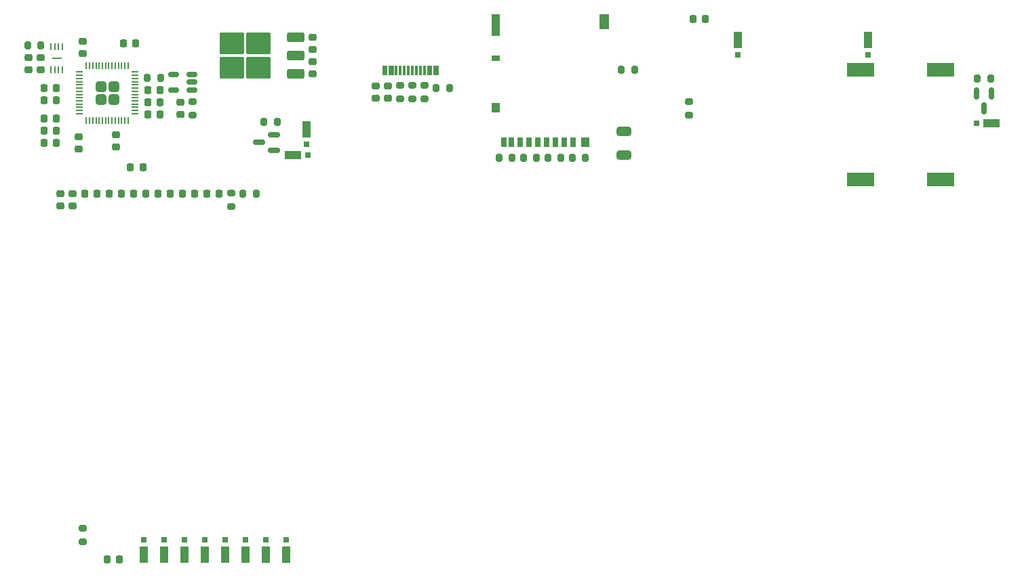
<source format=gbp>
G04 #@! TF.GenerationSoftware,KiCad,Pcbnew,8.0.5*
G04 #@! TF.CreationDate,2025-01-01T11:48:34+09:00*
G04 #@! TF.ProjectId,NERD-HPC,4e455244-2d48-4504-932e-6b696361645f,rev?*
G04 #@! TF.SameCoordinates,Original*
G04 #@! TF.FileFunction,Paste,Bot*
G04 #@! TF.FilePolarity,Positive*
%FSLAX46Y46*%
G04 Gerber Fmt 4.6, Leading zero omitted, Abs format (unit mm)*
G04 Created by KiCad (PCBNEW 8.0.5) date 2025-01-01 11:48:34*
%MOMM*%
%LPD*%
G01*
G04 APERTURE LIST*
G04 Aperture macros list*
%AMRoundRect*
0 Rectangle with rounded corners*
0 $1 Rounding radius*
0 $2 $3 $4 $5 $6 $7 $8 $9 X,Y pos of 4 corners*
0 Add a 4 corners polygon primitive as box body*
4,1,4,$2,$3,$4,$5,$6,$7,$8,$9,$2,$3,0*
0 Add four circle primitives for the rounded corners*
1,1,$1+$1,$2,$3*
1,1,$1+$1,$4,$5*
1,1,$1+$1,$6,$7*
1,1,$1+$1,$8,$9*
0 Add four rect primitives between the rounded corners*
20,1,$1+$1,$2,$3,$4,$5,0*
20,1,$1+$1,$4,$5,$6,$7,0*
20,1,$1+$1,$6,$7,$8,$9,0*
20,1,$1+$1,$8,$9,$2,$3,0*%
G04 Aperture macros list end*
%ADD10RoundRect,0.225000X0.250000X-0.225000X0.250000X0.225000X-0.250000X0.225000X-0.250000X-0.225000X0*%
%ADD11RoundRect,0.200000X-0.275000X0.200000X-0.275000X-0.200000X0.275000X-0.200000X0.275000X0.200000X0*%
%ADD12RoundRect,0.200000X-0.200000X-0.275000X0.200000X-0.275000X0.200000X0.275000X-0.200000X0.275000X0*%
%ADD13RoundRect,0.200000X0.200000X0.275000X-0.200000X0.275000X-0.200000X-0.275000X0.200000X-0.275000X0*%
%ADD14R,0.300000X1.150000*%
%ADD15RoundRect,0.249999X-0.395001X0.395001X-0.395001X-0.395001X0.395001X-0.395001X0.395001X0.395001X0*%
%ADD16RoundRect,0.050000X-0.050000X0.387500X-0.050000X-0.387500X0.050000X-0.387500X0.050000X0.387500X0*%
%ADD17RoundRect,0.050000X-0.387500X0.050000X-0.387500X-0.050000X0.387500X-0.050000X0.387500X0.050000X0*%
%ADD18R,1.100000X2.000000*%
%ADD19R,0.800000X0.800000*%
%ADD20RoundRect,0.225000X-0.250000X0.225000X-0.250000X-0.225000X0.250000X-0.225000X0.250000X0.225000X0*%
%ADD21RoundRect,0.225000X-0.225000X-0.250000X0.225000X-0.250000X0.225000X0.250000X-0.225000X0.250000X0*%
%ADD22RoundRect,0.225000X0.225000X0.250000X-0.225000X0.250000X-0.225000X-0.250000X0.225000X-0.250000X0*%
%ADD23R,3.500000X1.800000*%
%ADD24R,2.000000X1.100000*%
%ADD25RoundRect,0.250000X0.650000X-0.325000X0.650000X0.325000X-0.650000X0.325000X-0.650000X-0.325000X0*%
%ADD26RoundRect,0.250000X0.850000X0.350000X-0.850000X0.350000X-0.850000X-0.350000X0.850000X-0.350000X0*%
%ADD27RoundRect,0.250000X1.275000X1.125000X-1.275000X1.125000X-1.275000X-1.125000X1.275000X-1.125000X0*%
%ADD28R,0.700000X1.200000*%
%ADD29R,1.000000X0.800000*%
%ADD30R,1.000000X2.800000*%
%ADD31R,1.000000X1.200000*%
%ADD32R,1.300000X1.900000*%
%ADD33RoundRect,0.200000X0.275000X-0.200000X0.275000X0.200000X-0.275000X0.200000X-0.275000X-0.200000X0*%
%ADD34RoundRect,0.150000X0.587500X0.150000X-0.587500X0.150000X-0.587500X-0.150000X0.587500X-0.150000X0*%
%ADD35RoundRect,0.150000X-0.150000X0.587500X-0.150000X-0.587500X0.150000X-0.587500X0.150000X0.587500X0*%
%ADD36RoundRect,0.150000X0.512500X0.150000X-0.512500X0.150000X-0.512500X-0.150000X0.512500X-0.150000X0*%
%ADD37RoundRect,0.040000X-0.605000X0.040000X-0.605000X-0.040000X0.605000X-0.040000X0.605000X0.040000X0*%
%ADD38RoundRect,0.062500X-0.062500X0.387500X-0.062500X-0.387500X0.062500X-0.387500X0.062500X0.387500X0*%
G04 APERTURE END LIST*
D10*
X100624000Y-80531000D03*
X100624000Y-78981000D03*
D11*
X181610000Y-84519000D03*
X181610000Y-86169000D03*
D12*
X157862000Y-91515000D03*
X159512000Y-91515000D03*
D13*
X219265000Y-81612500D03*
X217615000Y-81612500D03*
D12*
X99033000Y-77470000D03*
X100683000Y-77470000D03*
D14*
X143462000Y-80632000D03*
X144262000Y-80632000D03*
X145562000Y-80632000D03*
X146562000Y-80632000D03*
X147062000Y-80632000D03*
X148062000Y-80632000D03*
X149362000Y-80632000D03*
X150162000Y-80632000D03*
X149862000Y-80632000D03*
X149062000Y-80632000D03*
X148562000Y-80632000D03*
X147562000Y-80632000D03*
X146062000Y-80632000D03*
X145062000Y-80632000D03*
X144562000Y-80632000D03*
X143762000Y-80632000D03*
D15*
X109766000Y-82602000D03*
X108166000Y-82602000D03*
X109766000Y-84202000D03*
X108166000Y-84202000D03*
D16*
X106366000Y-79964500D03*
X106766000Y-79964500D03*
X107166000Y-79964500D03*
X107566000Y-79964500D03*
X107966000Y-79964500D03*
X108366000Y-79964500D03*
X108766000Y-79964500D03*
X109166000Y-79964500D03*
X109566000Y-79964500D03*
X109966000Y-79964500D03*
X110366000Y-79964500D03*
X110766000Y-79964500D03*
X111166000Y-79964500D03*
X111566000Y-79964500D03*
D17*
X112403500Y-80802000D03*
X112403500Y-81202000D03*
X112403500Y-81602000D03*
X112403500Y-82002000D03*
X112403500Y-82402000D03*
X112403500Y-82802000D03*
X112403500Y-83202000D03*
X112403500Y-83602000D03*
X112403500Y-84002000D03*
X112403500Y-84402000D03*
X112403500Y-84802000D03*
X112403500Y-85202000D03*
X112403500Y-85602000D03*
X112403500Y-86002000D03*
D16*
X111566000Y-86839500D03*
X111166000Y-86839500D03*
X110766000Y-86839500D03*
X110366000Y-86839500D03*
X109966000Y-86839500D03*
X109566000Y-86839500D03*
X109166000Y-86839500D03*
X108766000Y-86839500D03*
X108366000Y-86839500D03*
X107966000Y-86839500D03*
X107566000Y-86839500D03*
X107166000Y-86839500D03*
X106766000Y-86839500D03*
X106366000Y-86839500D03*
D17*
X105528500Y-86002000D03*
X105528500Y-85602000D03*
X105528500Y-85202000D03*
X105528500Y-84802000D03*
X105528500Y-84402000D03*
X105528500Y-84002000D03*
X105528500Y-83602000D03*
X105528500Y-83202000D03*
X105528500Y-82802000D03*
X105528500Y-82402000D03*
X105528500Y-82002000D03*
X105528500Y-81602000D03*
X105528500Y-81202000D03*
X105528500Y-80802000D03*
D18*
X113538000Y-141158000D03*
D19*
X113538000Y-139258000D03*
D20*
X110018000Y-88633000D03*
X110018000Y-90183000D03*
D12*
X163958000Y-91515000D03*
X165608000Y-91515000D03*
D18*
X133858000Y-87950000D03*
D19*
X133858000Y-89850000D03*
D11*
X148590000Y-82487000D03*
X148590000Y-84137000D03*
D21*
X114033000Y-83058000D03*
X115583000Y-83058000D03*
D20*
X99100000Y-78981000D03*
X99100000Y-80531000D03*
X144018000Y-82537000D03*
X144018000Y-84087000D03*
D22*
X102629000Y-82804000D03*
X101079000Y-82804000D03*
X119901000Y-96012000D03*
X118351000Y-96012000D03*
D10*
X134620000Y-81039000D03*
X134620000Y-79489000D03*
D18*
X123698000Y-141158000D03*
D19*
X123698000Y-139258000D03*
D20*
X104648000Y-95999000D03*
X104648000Y-97549000D03*
D13*
X130189500Y-87056000D03*
X128539500Y-87056000D03*
D11*
X145542000Y-82487000D03*
X145542000Y-84137000D03*
D18*
X187706000Y-76774000D03*
D19*
X187706000Y-78674000D03*
D23*
X213026000Y-94226000D03*
X213026000Y-80526000D03*
X203026000Y-94226000D03*
X203026000Y-80526000D03*
D18*
X128778000Y-141158000D03*
D19*
X128778000Y-139258000D03*
D24*
X219390000Y-87200500D03*
D19*
X217490000Y-87200500D03*
D18*
X131318000Y-141158000D03*
D19*
X131318000Y-139258000D03*
D25*
X173482000Y-91137000D03*
X173482000Y-88187000D03*
D26*
X132470000Y-76472500D03*
X132470000Y-78752500D03*
D27*
X127845000Y-80277500D03*
X127845000Y-77227500D03*
X124495000Y-80277500D03*
X124495000Y-77227500D03*
D26*
X132470000Y-81032500D03*
D18*
X121158000Y-141158000D03*
D19*
X121158000Y-139258000D03*
D12*
X173165000Y-80518000D03*
X174815000Y-80518000D03*
D18*
X116078000Y-141158000D03*
D19*
X116078000Y-139258000D03*
D18*
X118618000Y-141158000D03*
D19*
X118618000Y-139258000D03*
D28*
X167113000Y-89565000D03*
X166013000Y-89565000D03*
X164913000Y-89565000D03*
X163813000Y-89565000D03*
X162713000Y-89565000D03*
X161613000Y-89565000D03*
X160513000Y-89565000D03*
X159413000Y-89565000D03*
X158463000Y-89565000D03*
D29*
X157513000Y-79065000D03*
D30*
X157513000Y-74915000D03*
D31*
X157513000Y-85265000D03*
X168663000Y-89565000D03*
D32*
X171013000Y-74465000D03*
D20*
X142494000Y-82537000D03*
X142494000Y-84087000D03*
D10*
X105918000Y-78499000D03*
X105918000Y-76949000D03*
D22*
X102629000Y-84328000D03*
X101079000Y-84328000D03*
X183655000Y-74168000D03*
X182105000Y-74168000D03*
D33*
X105918000Y-139509000D03*
X105918000Y-137859000D03*
X124460000Y-97599000D03*
X124460000Y-95949000D03*
D13*
X151701000Y-82804000D03*
X150051000Y-82804000D03*
D22*
X102629000Y-86614000D03*
X101079000Y-86614000D03*
D21*
X112255000Y-96012000D03*
X113805000Y-96012000D03*
X121399000Y-96012000D03*
X122949000Y-96012000D03*
D13*
X127571000Y-96012000D03*
X125921000Y-96012000D03*
D21*
X109207000Y-96012000D03*
X110757000Y-96012000D03*
D20*
X105410000Y-88887000D03*
X105410000Y-90437000D03*
D22*
X113424000Y-92710000D03*
X111874000Y-92710000D03*
D34*
X129794000Y-88646000D03*
X129794000Y-90546000D03*
X127919000Y-89596000D03*
D12*
X160910000Y-91515000D03*
X162560000Y-91515000D03*
D35*
X217490000Y-83469000D03*
X219390000Y-83469000D03*
X218440000Y-85344000D03*
D22*
X107709000Y-96012000D03*
X106159000Y-96012000D03*
D36*
X119501500Y-81116000D03*
X119501500Y-82066000D03*
X119501500Y-83016000D03*
X117226500Y-83016000D03*
X117226500Y-81116000D03*
D37*
X102652000Y-79093000D03*
D38*
X101902000Y-77668000D03*
X102402000Y-77668000D03*
X102902000Y-77668000D03*
X103402000Y-77668000D03*
X103402000Y-80518000D03*
X102902000Y-80518000D03*
X102402000Y-80518000D03*
X101902000Y-80518000D03*
D24*
X132146000Y-91186000D03*
D19*
X134046000Y-91186000D03*
D22*
X110503000Y-141732000D03*
X108953000Y-141732000D03*
X102629000Y-88138000D03*
X101079000Y-88138000D03*
D20*
X103124000Y-95999000D03*
X103124000Y-97549000D03*
D33*
X147066000Y-84137000D03*
X147066000Y-82487000D03*
D20*
X134620000Y-76441000D03*
X134620000Y-77991000D03*
D33*
X119634000Y-86169000D03*
X119634000Y-84519000D03*
D22*
X102629000Y-89662000D03*
X101079000Y-89662000D03*
D18*
X203962000Y-76774000D03*
D19*
X203962000Y-78674000D03*
D22*
X116853000Y-96012000D03*
X115303000Y-96012000D03*
D21*
X114033000Y-86106000D03*
X115583000Y-86106000D03*
D18*
X126238000Y-141158000D03*
D19*
X126238000Y-139258000D03*
D13*
X115633000Y-81534000D03*
X113983000Y-81534000D03*
D21*
X114033000Y-84582000D03*
X115583000Y-84582000D03*
D10*
X118110000Y-86119000D03*
X118110000Y-84569000D03*
D21*
X110985000Y-77216000D03*
X112535000Y-77216000D03*
D13*
X168656000Y-91515000D03*
X167006000Y-91515000D03*
M02*

</source>
